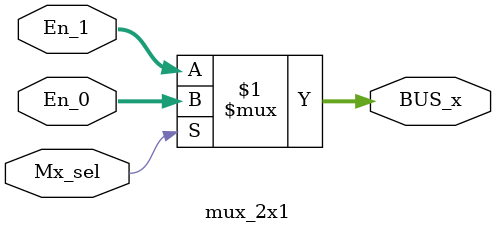
<source format=sv>

module mux_2x1 #(parameter n=4)(
					input logic [n-1:0] En_0,En_1,
					input logic Mx_sel,
					output logic [n-1:0]BUS_x );

assign BUS_x = (Mx_sel) ? En_0 : En_1 ;

endmodule


</source>
